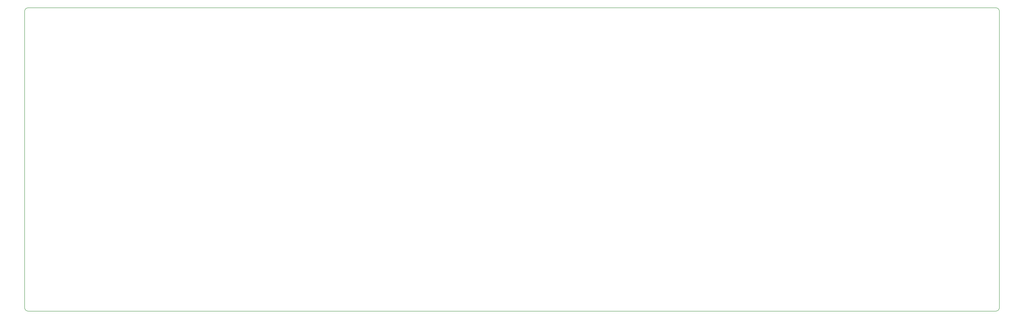
<source format=gm1>
G04 #@! TF.GenerationSoftware,KiCad,Pcbnew,(5.1.5)-3*
G04 #@! TF.CreationDate,2020-02-18T06:28:18+01:00*
G04 #@! TF.ProjectId,CustomTKL101,43757374-6f6d-4544-9b4c-3130312e6b69,rev?*
G04 #@! TF.SameCoordinates,Original*
G04 #@! TF.FileFunction,Profile,NP*
%FSLAX46Y46*%
G04 Gerber Fmt 4.6, Leading zero omitted, Abs format (unit mm)*
G04 Created by KiCad (PCBNEW (5.1.5)-3) date 2020-02-18 06:28:18*
%MOMM*%
%LPD*%
G04 APERTURE LIST*
%ADD10C,0.200000*%
G04 APERTURE END LIST*
D10*
X70548500Y-71374000D02*
G75*
G02X72136000Y-69786500I1587500J0D01*
G01*
X72136000Y-69787000D02*
X491301250Y-69786500D01*
X72136000Y-201612500D02*
G75*
G02X70548500Y-200025000I0J1587500D01*
G01*
X492887000Y-200025000D02*
G75*
G02X491299500Y-201612500I-1587500J0D01*
G01*
X491301250Y-69786500D02*
G75*
G02X492888750Y-71374000I0J-1587500D01*
G01*
X492888750Y-71374000D02*
X492887000Y-200025000D01*
X491299500Y-201612500D02*
X72136000Y-201612500D01*
X70548500Y-200025000D02*
X70549000Y-71374000D01*
M02*

</source>
